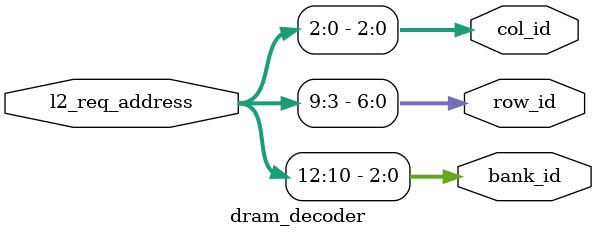
<source format=v>


module dram_decoder #(
    parameter integer ADDR_WIDTH=13,
    parameter integer NUM_OF_BANKS=8,
    parameter integer NUM_OF_ROWS=128,
    parameter integer NUM_OF_COLS=8
) (
    input [ADDR_WIDTH-1:0] l2_req_address,
    output [$clog2(NUM_OF_BANKS)-1:0] bank_id,
    output [$clog2(NUM_OF_ROWS)-1:0] row_id,
    output [$clog2(NUM_OF_COLS)-1:0] col_id
);

    // Bank0: 0-3ff     (0 0000 0000 0000 - 0 0011 1111 1111) 
    // Bank1: 400-7ff   (0 0100 0000 0000 - 0 0111 1111 1111)
    // Bank2: 800-Bff   (0 1000 0000 0000 - 0 1011 1111 1111)
    // Bank3: C00-fff   (0 1100 0000 0000 - 0 1111 1111 1111)
    // Bank4: 1000-13ff (1 0000 0000 0000 - 1 0011 1111 1111)
    // Bank5: 1400-17ff (1 0100 0000 0000 - 1 0111 1111 1111)
    // Bank6: 1800-1bff (1 1000 0000 0000 - 1 1000 0000 0000)
    // Bank7: 1c00-1fff (1 1100 0000 0000 - 1 1111 1111 1111)


    // Overall DRAM Address Range: 0-1fff
    assign bank_id = l2_req_address[ADDR_WIDTH-1:ADDR_WIDTH-3];
    assign row_id  = l2_req_address[ADDR_WIDTH-4:ADDR_WIDTH-10];
    assign col_id  = l2_req_address[2:0];

endmodule
</source>
